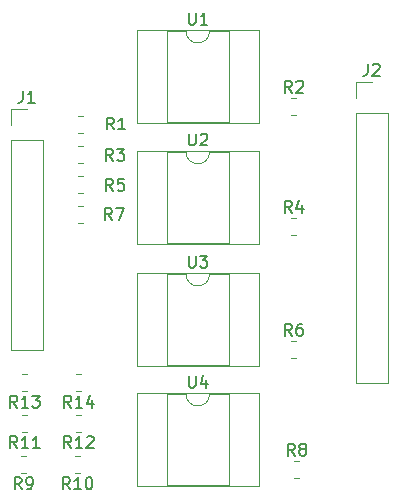
<source format=gbr>
%TF.GenerationSoftware,KiCad,Pcbnew,5.1.9+dfsg1-1*%
%TF.CreationDate,2021-05-25T15:53:09+02:00*%
%TF.ProjectId,i2c-control-interface,6932632d-636f-46e7-9472-6f6c2d696e74,rev?*%
%TF.SameCoordinates,Original*%
%TF.FileFunction,Legend,Top*%
%TF.FilePolarity,Positive*%
%FSLAX46Y46*%
G04 Gerber Fmt 4.6, Leading zero omitted, Abs format (unit mm)*
G04 Created by KiCad (PCBNEW 5.1.9+dfsg1-1) date 2021-05-25 15:53:09*
%MOMM*%
%LPD*%
G01*
G04 APERTURE LIST*
%ADD10C,0.120000*%
%ADD11C,0.150000*%
G04 APERTURE END LIST*
D10*
%TO.C,U4*%
X131886000Y-130690000D02*
X121606000Y-130690000D01*
X131886000Y-138550000D02*
X131886000Y-130690000D01*
X121606000Y-138550000D02*
X131886000Y-138550000D01*
X121606000Y-130690000D02*
X121606000Y-138550000D01*
X129396000Y-130750000D02*
X127746000Y-130750000D01*
X129396000Y-138490000D02*
X129396000Y-130750000D01*
X124096000Y-138490000D02*
X129396000Y-138490000D01*
X124096000Y-130750000D02*
X124096000Y-138490000D01*
X125746000Y-130750000D02*
X124096000Y-130750000D01*
X127746000Y-130750000D02*
G75*
G02*
X125746000Y-130750000I-1000000J0D01*
G01*
%TO.C,U3*%
X131886000Y-120530000D02*
X121606000Y-120530000D01*
X131886000Y-128390000D02*
X131886000Y-120530000D01*
X121606000Y-128390000D02*
X131886000Y-128390000D01*
X121606000Y-120530000D02*
X121606000Y-128390000D01*
X129396000Y-120590000D02*
X127746000Y-120590000D01*
X129396000Y-128330000D02*
X129396000Y-120590000D01*
X124096000Y-128330000D02*
X129396000Y-128330000D01*
X124096000Y-120590000D02*
X124096000Y-128330000D01*
X125746000Y-120590000D02*
X124096000Y-120590000D01*
X127746000Y-120590000D02*
G75*
G02*
X125746000Y-120590000I-1000000J0D01*
G01*
%TO.C,U2*%
X131886000Y-110192200D02*
X121606000Y-110192200D01*
X131886000Y-118052200D02*
X131886000Y-110192200D01*
X121606000Y-118052200D02*
X131886000Y-118052200D01*
X121606000Y-110192200D02*
X121606000Y-118052200D01*
X129396000Y-110252200D02*
X127746000Y-110252200D01*
X129396000Y-117992200D02*
X129396000Y-110252200D01*
X124096000Y-117992200D02*
X129396000Y-117992200D01*
X124096000Y-110252200D02*
X124096000Y-117992200D01*
X125746000Y-110252200D02*
X124096000Y-110252200D01*
X127746000Y-110252200D02*
G75*
G02*
X125746000Y-110252200I-1000000J0D01*
G01*
%TO.C,U1*%
X131886000Y-99956000D02*
X121606000Y-99956000D01*
X131886000Y-107816000D02*
X131886000Y-99956000D01*
X121606000Y-107816000D02*
X131886000Y-107816000D01*
X121606000Y-99956000D02*
X121606000Y-107816000D01*
X129396000Y-100016000D02*
X127746000Y-100016000D01*
X129396000Y-107756000D02*
X129396000Y-100016000D01*
X124096000Y-107756000D02*
X129396000Y-107756000D01*
X124096000Y-100016000D02*
X124096000Y-107756000D01*
X125746000Y-100016000D02*
X124096000Y-100016000D01*
X127746000Y-100016000D02*
G75*
G02*
X125746000Y-100016000I-1000000J0D01*
G01*
%TO.C,R14*%
X116889264Y-129059000D02*
X116435136Y-129059000D01*
X116889264Y-130529000D02*
X116435136Y-130529000D01*
%TO.C,R13*%
X112317264Y-129059000D02*
X111863136Y-129059000D01*
X112317264Y-130529000D02*
X111863136Y-130529000D01*
%TO.C,R12*%
X116889264Y-132488000D02*
X116435136Y-132488000D01*
X116889264Y-133958000D02*
X116435136Y-133958000D01*
%TO.C,R11*%
X112317264Y-132488000D02*
X111863136Y-132488000D01*
X112317264Y-133958000D02*
X111863136Y-133958000D01*
%TO.C,R10*%
X116787664Y-135967800D02*
X116333536Y-135967800D01*
X116787664Y-137437800D02*
X116333536Y-137437800D01*
%TO.C,R9*%
X112215664Y-135967800D02*
X111761536Y-135967800D01*
X112215664Y-137437800D02*
X111761536Y-137437800D01*
%TO.C,R8*%
X134900936Y-137895000D02*
X135355064Y-137895000D01*
X134900936Y-136425000D02*
X135355064Y-136425000D01*
%TO.C,R7*%
X117067064Y-114835000D02*
X116612936Y-114835000D01*
X117067064Y-116305000D02*
X116612936Y-116305000D01*
%TO.C,R6*%
X134646936Y-127735000D02*
X135101064Y-127735000D01*
X134646936Y-126265000D02*
X135101064Y-126265000D01*
%TO.C,R5*%
X117067064Y-112295000D02*
X116612936Y-112295000D01*
X117067064Y-113765000D02*
X116612936Y-113765000D01*
%TO.C,R4*%
X134646936Y-117321000D02*
X135101064Y-117321000D01*
X134646936Y-115851000D02*
X135101064Y-115851000D01*
%TO.C,R3*%
X117067064Y-109755000D02*
X116612936Y-109755000D01*
X117067064Y-111225000D02*
X116612936Y-111225000D01*
%TO.C,R2*%
X134646936Y-107161000D02*
X135101064Y-107161000D01*
X134646936Y-105691000D02*
X135101064Y-105691000D01*
%TO.C,R1*%
X117067064Y-107215000D02*
X116612936Y-107215000D01*
X117067064Y-108685000D02*
X116612936Y-108685000D01*
%TO.C,J2*%
X140148000Y-104334000D02*
X141478000Y-104334000D01*
X140148000Y-105664000D02*
X140148000Y-104334000D01*
X140148000Y-106934000D02*
X142808000Y-106934000D01*
X142808000Y-106934000D02*
X142808000Y-129854000D01*
X140148000Y-106934000D02*
X140148000Y-129854000D01*
X140148000Y-129854000D02*
X142808000Y-129854000D01*
%TO.C,J1*%
X110938000Y-106620000D02*
X112268000Y-106620000D01*
X110938000Y-107950000D02*
X110938000Y-106620000D01*
X110938000Y-109220000D02*
X113598000Y-109220000D01*
X113598000Y-109220000D02*
X113598000Y-127060000D01*
X110938000Y-109220000D02*
X110938000Y-127060000D01*
X110938000Y-127060000D02*
X113598000Y-127060000D01*
%TO.C,U4*%
D11*
X125984095Y-129202380D02*
X125984095Y-130011904D01*
X126031714Y-130107142D01*
X126079333Y-130154761D01*
X126174571Y-130202380D01*
X126365047Y-130202380D01*
X126460285Y-130154761D01*
X126507904Y-130107142D01*
X126555523Y-130011904D01*
X126555523Y-129202380D01*
X127460285Y-129535714D02*
X127460285Y-130202380D01*
X127222190Y-129154761D02*
X126984095Y-129869047D01*
X127603142Y-129869047D01*
%TO.C,U3*%
X125984095Y-119042380D02*
X125984095Y-119851904D01*
X126031714Y-119947142D01*
X126079333Y-119994761D01*
X126174571Y-120042380D01*
X126365047Y-120042380D01*
X126460285Y-119994761D01*
X126507904Y-119947142D01*
X126555523Y-119851904D01*
X126555523Y-119042380D01*
X126936476Y-119042380D02*
X127555523Y-119042380D01*
X127222190Y-119423333D01*
X127365047Y-119423333D01*
X127460285Y-119470952D01*
X127507904Y-119518571D01*
X127555523Y-119613809D01*
X127555523Y-119851904D01*
X127507904Y-119947142D01*
X127460285Y-119994761D01*
X127365047Y-120042380D01*
X127079333Y-120042380D01*
X126984095Y-119994761D01*
X126936476Y-119947142D01*
%TO.C,U2*%
X125984095Y-108704580D02*
X125984095Y-109514104D01*
X126031714Y-109609342D01*
X126079333Y-109656961D01*
X126174571Y-109704580D01*
X126365047Y-109704580D01*
X126460285Y-109656961D01*
X126507904Y-109609342D01*
X126555523Y-109514104D01*
X126555523Y-108704580D01*
X126984095Y-108799819D02*
X127031714Y-108752200D01*
X127126952Y-108704580D01*
X127365047Y-108704580D01*
X127460285Y-108752200D01*
X127507904Y-108799819D01*
X127555523Y-108895057D01*
X127555523Y-108990295D01*
X127507904Y-109133152D01*
X126936476Y-109704580D01*
X127555523Y-109704580D01*
%TO.C,U1*%
X125984095Y-98468380D02*
X125984095Y-99277904D01*
X126031714Y-99373142D01*
X126079333Y-99420761D01*
X126174571Y-99468380D01*
X126365047Y-99468380D01*
X126460285Y-99420761D01*
X126507904Y-99373142D01*
X126555523Y-99277904D01*
X126555523Y-98468380D01*
X127555523Y-99468380D02*
X126984095Y-99468380D01*
X127269809Y-99468380D02*
X127269809Y-98468380D01*
X127174571Y-98611238D01*
X127079333Y-98706476D01*
X126984095Y-98754095D01*
%TO.C,R14*%
X116019342Y-131896380D02*
X115686009Y-131420190D01*
X115447914Y-131896380D02*
X115447914Y-130896380D01*
X115828866Y-130896380D01*
X115924104Y-130944000D01*
X115971723Y-130991619D01*
X116019342Y-131086857D01*
X116019342Y-131229714D01*
X115971723Y-131324952D01*
X115924104Y-131372571D01*
X115828866Y-131420190D01*
X115447914Y-131420190D01*
X116971723Y-131896380D02*
X116400295Y-131896380D01*
X116686009Y-131896380D02*
X116686009Y-130896380D01*
X116590771Y-131039238D01*
X116495533Y-131134476D01*
X116400295Y-131182095D01*
X117828866Y-131229714D02*
X117828866Y-131896380D01*
X117590771Y-130848761D02*
X117352676Y-131563047D01*
X117971723Y-131563047D01*
%TO.C,R13*%
X111447342Y-131896380D02*
X111114009Y-131420190D01*
X110875914Y-131896380D02*
X110875914Y-130896380D01*
X111256866Y-130896380D01*
X111352104Y-130944000D01*
X111399723Y-130991619D01*
X111447342Y-131086857D01*
X111447342Y-131229714D01*
X111399723Y-131324952D01*
X111352104Y-131372571D01*
X111256866Y-131420190D01*
X110875914Y-131420190D01*
X112399723Y-131896380D02*
X111828295Y-131896380D01*
X112114009Y-131896380D02*
X112114009Y-130896380D01*
X112018771Y-131039238D01*
X111923533Y-131134476D01*
X111828295Y-131182095D01*
X112733057Y-130896380D02*
X113352104Y-130896380D01*
X113018771Y-131277333D01*
X113161628Y-131277333D01*
X113256866Y-131324952D01*
X113304485Y-131372571D01*
X113352104Y-131467809D01*
X113352104Y-131705904D01*
X113304485Y-131801142D01*
X113256866Y-131848761D01*
X113161628Y-131896380D01*
X112875914Y-131896380D01*
X112780676Y-131848761D01*
X112733057Y-131801142D01*
%TO.C,R12*%
X116019342Y-135325380D02*
X115686009Y-134849190D01*
X115447914Y-135325380D02*
X115447914Y-134325380D01*
X115828866Y-134325380D01*
X115924104Y-134373000D01*
X115971723Y-134420619D01*
X116019342Y-134515857D01*
X116019342Y-134658714D01*
X115971723Y-134753952D01*
X115924104Y-134801571D01*
X115828866Y-134849190D01*
X115447914Y-134849190D01*
X116971723Y-135325380D02*
X116400295Y-135325380D01*
X116686009Y-135325380D02*
X116686009Y-134325380D01*
X116590771Y-134468238D01*
X116495533Y-134563476D01*
X116400295Y-134611095D01*
X117352676Y-134420619D02*
X117400295Y-134373000D01*
X117495533Y-134325380D01*
X117733628Y-134325380D01*
X117828866Y-134373000D01*
X117876485Y-134420619D01*
X117924104Y-134515857D01*
X117924104Y-134611095D01*
X117876485Y-134753952D01*
X117305057Y-135325380D01*
X117924104Y-135325380D01*
%TO.C,R11*%
X111447342Y-135325380D02*
X111114009Y-134849190D01*
X110875914Y-135325380D02*
X110875914Y-134325380D01*
X111256866Y-134325380D01*
X111352104Y-134373000D01*
X111399723Y-134420619D01*
X111447342Y-134515857D01*
X111447342Y-134658714D01*
X111399723Y-134753952D01*
X111352104Y-134801571D01*
X111256866Y-134849190D01*
X110875914Y-134849190D01*
X112399723Y-135325380D02*
X111828295Y-135325380D01*
X112114009Y-135325380D02*
X112114009Y-134325380D01*
X112018771Y-134468238D01*
X111923533Y-134563476D01*
X111828295Y-134611095D01*
X113352104Y-135325380D02*
X112780676Y-135325380D01*
X113066390Y-135325380D02*
X113066390Y-134325380D01*
X112971152Y-134468238D01*
X112875914Y-134563476D01*
X112780676Y-134611095D01*
%TO.C,R10*%
X115917742Y-138805180D02*
X115584409Y-138328990D01*
X115346314Y-138805180D02*
X115346314Y-137805180D01*
X115727266Y-137805180D01*
X115822504Y-137852800D01*
X115870123Y-137900419D01*
X115917742Y-137995657D01*
X115917742Y-138138514D01*
X115870123Y-138233752D01*
X115822504Y-138281371D01*
X115727266Y-138328990D01*
X115346314Y-138328990D01*
X116870123Y-138805180D02*
X116298695Y-138805180D01*
X116584409Y-138805180D02*
X116584409Y-137805180D01*
X116489171Y-137948038D01*
X116393933Y-138043276D01*
X116298695Y-138090895D01*
X117489171Y-137805180D02*
X117584409Y-137805180D01*
X117679647Y-137852800D01*
X117727266Y-137900419D01*
X117774885Y-137995657D01*
X117822504Y-138186133D01*
X117822504Y-138424228D01*
X117774885Y-138614704D01*
X117727266Y-138709942D01*
X117679647Y-138757561D01*
X117584409Y-138805180D01*
X117489171Y-138805180D01*
X117393933Y-138757561D01*
X117346314Y-138709942D01*
X117298695Y-138614704D01*
X117251076Y-138424228D01*
X117251076Y-138186133D01*
X117298695Y-137995657D01*
X117346314Y-137900419D01*
X117393933Y-137852800D01*
X117489171Y-137805180D01*
%TO.C,R9*%
X111821933Y-138805180D02*
X111488600Y-138328990D01*
X111250504Y-138805180D02*
X111250504Y-137805180D01*
X111631457Y-137805180D01*
X111726695Y-137852800D01*
X111774314Y-137900419D01*
X111821933Y-137995657D01*
X111821933Y-138138514D01*
X111774314Y-138233752D01*
X111726695Y-138281371D01*
X111631457Y-138328990D01*
X111250504Y-138328990D01*
X112298123Y-138805180D02*
X112488600Y-138805180D01*
X112583838Y-138757561D01*
X112631457Y-138709942D01*
X112726695Y-138567085D01*
X112774314Y-138376609D01*
X112774314Y-137995657D01*
X112726695Y-137900419D01*
X112679076Y-137852800D01*
X112583838Y-137805180D01*
X112393361Y-137805180D01*
X112298123Y-137852800D01*
X112250504Y-137900419D01*
X112202885Y-137995657D01*
X112202885Y-138233752D01*
X112250504Y-138328990D01*
X112298123Y-138376609D01*
X112393361Y-138424228D01*
X112583838Y-138424228D01*
X112679076Y-138376609D01*
X112726695Y-138328990D01*
X112774314Y-138233752D01*
%TO.C,R8*%
X134961333Y-135962380D02*
X134628000Y-135486190D01*
X134389904Y-135962380D02*
X134389904Y-134962380D01*
X134770857Y-134962380D01*
X134866095Y-135010000D01*
X134913714Y-135057619D01*
X134961333Y-135152857D01*
X134961333Y-135295714D01*
X134913714Y-135390952D01*
X134866095Y-135438571D01*
X134770857Y-135486190D01*
X134389904Y-135486190D01*
X135532761Y-135390952D02*
X135437523Y-135343333D01*
X135389904Y-135295714D01*
X135342285Y-135200476D01*
X135342285Y-135152857D01*
X135389904Y-135057619D01*
X135437523Y-135010000D01*
X135532761Y-134962380D01*
X135723238Y-134962380D01*
X135818476Y-135010000D01*
X135866095Y-135057619D01*
X135913714Y-135152857D01*
X135913714Y-135200476D01*
X135866095Y-135295714D01*
X135818476Y-135343333D01*
X135723238Y-135390952D01*
X135532761Y-135390952D01*
X135437523Y-135438571D01*
X135389904Y-135486190D01*
X135342285Y-135581428D01*
X135342285Y-135771904D01*
X135389904Y-135867142D01*
X135437523Y-135914761D01*
X135532761Y-135962380D01*
X135723238Y-135962380D01*
X135818476Y-135914761D01*
X135866095Y-135867142D01*
X135913714Y-135771904D01*
X135913714Y-135581428D01*
X135866095Y-135486190D01*
X135818476Y-135438571D01*
X135723238Y-135390952D01*
%TO.C,R7*%
X119467333Y-116022380D02*
X119134000Y-115546190D01*
X118895904Y-116022380D02*
X118895904Y-115022380D01*
X119276857Y-115022380D01*
X119372095Y-115070000D01*
X119419714Y-115117619D01*
X119467333Y-115212857D01*
X119467333Y-115355714D01*
X119419714Y-115450952D01*
X119372095Y-115498571D01*
X119276857Y-115546190D01*
X118895904Y-115546190D01*
X119800666Y-115022380D02*
X120467333Y-115022380D01*
X120038761Y-116022380D01*
%TO.C,R6*%
X134707333Y-125802380D02*
X134374000Y-125326190D01*
X134135904Y-125802380D02*
X134135904Y-124802380D01*
X134516857Y-124802380D01*
X134612095Y-124850000D01*
X134659714Y-124897619D01*
X134707333Y-124992857D01*
X134707333Y-125135714D01*
X134659714Y-125230952D01*
X134612095Y-125278571D01*
X134516857Y-125326190D01*
X134135904Y-125326190D01*
X135564476Y-124802380D02*
X135374000Y-124802380D01*
X135278761Y-124850000D01*
X135231142Y-124897619D01*
X135135904Y-125040476D01*
X135088285Y-125230952D01*
X135088285Y-125611904D01*
X135135904Y-125707142D01*
X135183523Y-125754761D01*
X135278761Y-125802380D01*
X135469238Y-125802380D01*
X135564476Y-125754761D01*
X135612095Y-125707142D01*
X135659714Y-125611904D01*
X135659714Y-125373809D01*
X135612095Y-125278571D01*
X135564476Y-125230952D01*
X135469238Y-125183333D01*
X135278761Y-125183333D01*
X135183523Y-125230952D01*
X135135904Y-125278571D01*
X135088285Y-125373809D01*
%TO.C,R5*%
X119568933Y-113533180D02*
X119235600Y-113056990D01*
X118997504Y-113533180D02*
X118997504Y-112533180D01*
X119378457Y-112533180D01*
X119473695Y-112580800D01*
X119521314Y-112628419D01*
X119568933Y-112723657D01*
X119568933Y-112866514D01*
X119521314Y-112961752D01*
X119473695Y-113009371D01*
X119378457Y-113056990D01*
X118997504Y-113056990D01*
X120473695Y-112533180D02*
X119997504Y-112533180D01*
X119949885Y-113009371D01*
X119997504Y-112961752D01*
X120092742Y-112914133D01*
X120330838Y-112914133D01*
X120426076Y-112961752D01*
X120473695Y-113009371D01*
X120521314Y-113104609D01*
X120521314Y-113342704D01*
X120473695Y-113437942D01*
X120426076Y-113485561D01*
X120330838Y-113533180D01*
X120092742Y-113533180D01*
X119997504Y-113485561D01*
X119949885Y-113437942D01*
%TO.C,R4*%
X134707333Y-115388380D02*
X134374000Y-114912190D01*
X134135904Y-115388380D02*
X134135904Y-114388380D01*
X134516857Y-114388380D01*
X134612095Y-114436000D01*
X134659714Y-114483619D01*
X134707333Y-114578857D01*
X134707333Y-114721714D01*
X134659714Y-114816952D01*
X134612095Y-114864571D01*
X134516857Y-114912190D01*
X134135904Y-114912190D01*
X135564476Y-114721714D02*
X135564476Y-115388380D01*
X135326380Y-114340761D02*
X135088285Y-115055047D01*
X135707333Y-115055047D01*
%TO.C,R3*%
X119568933Y-110993180D02*
X119235600Y-110516990D01*
X118997504Y-110993180D02*
X118997504Y-109993180D01*
X119378457Y-109993180D01*
X119473695Y-110040800D01*
X119521314Y-110088419D01*
X119568933Y-110183657D01*
X119568933Y-110326514D01*
X119521314Y-110421752D01*
X119473695Y-110469371D01*
X119378457Y-110516990D01*
X118997504Y-110516990D01*
X119902266Y-109993180D02*
X120521314Y-109993180D01*
X120187980Y-110374133D01*
X120330838Y-110374133D01*
X120426076Y-110421752D01*
X120473695Y-110469371D01*
X120521314Y-110564609D01*
X120521314Y-110802704D01*
X120473695Y-110897942D01*
X120426076Y-110945561D01*
X120330838Y-110993180D01*
X120045123Y-110993180D01*
X119949885Y-110945561D01*
X119902266Y-110897942D01*
%TO.C,R2*%
X134707333Y-105228380D02*
X134374000Y-104752190D01*
X134135904Y-105228380D02*
X134135904Y-104228380D01*
X134516857Y-104228380D01*
X134612095Y-104276000D01*
X134659714Y-104323619D01*
X134707333Y-104418857D01*
X134707333Y-104561714D01*
X134659714Y-104656952D01*
X134612095Y-104704571D01*
X134516857Y-104752190D01*
X134135904Y-104752190D01*
X135088285Y-104323619D02*
X135135904Y-104276000D01*
X135231142Y-104228380D01*
X135469238Y-104228380D01*
X135564476Y-104276000D01*
X135612095Y-104323619D01*
X135659714Y-104418857D01*
X135659714Y-104514095D01*
X135612095Y-104656952D01*
X135040666Y-105228380D01*
X135659714Y-105228380D01*
%TO.C,R1*%
X119645133Y-108351580D02*
X119311800Y-107875390D01*
X119073704Y-108351580D02*
X119073704Y-107351580D01*
X119454657Y-107351580D01*
X119549895Y-107399200D01*
X119597514Y-107446819D01*
X119645133Y-107542057D01*
X119645133Y-107684914D01*
X119597514Y-107780152D01*
X119549895Y-107827771D01*
X119454657Y-107875390D01*
X119073704Y-107875390D01*
X120597514Y-108351580D02*
X120026085Y-108351580D01*
X120311800Y-108351580D02*
X120311800Y-107351580D01*
X120216561Y-107494438D01*
X120121323Y-107589676D01*
X120026085Y-107637295D01*
%TO.C,J2*%
X141144666Y-102786380D02*
X141144666Y-103500666D01*
X141097047Y-103643523D01*
X141001809Y-103738761D01*
X140858952Y-103786380D01*
X140763714Y-103786380D01*
X141573238Y-102881619D02*
X141620857Y-102834000D01*
X141716095Y-102786380D01*
X141954190Y-102786380D01*
X142049428Y-102834000D01*
X142097047Y-102881619D01*
X142144666Y-102976857D01*
X142144666Y-103072095D01*
X142097047Y-103214952D01*
X141525619Y-103786380D01*
X142144666Y-103786380D01*
%TO.C,J1*%
X111934666Y-105072380D02*
X111934666Y-105786666D01*
X111887047Y-105929523D01*
X111791809Y-106024761D01*
X111648952Y-106072380D01*
X111553714Y-106072380D01*
X112934666Y-106072380D02*
X112363238Y-106072380D01*
X112648952Y-106072380D02*
X112648952Y-105072380D01*
X112553714Y-105215238D01*
X112458476Y-105310476D01*
X112363238Y-105358095D01*
%TD*%
M02*

</source>
